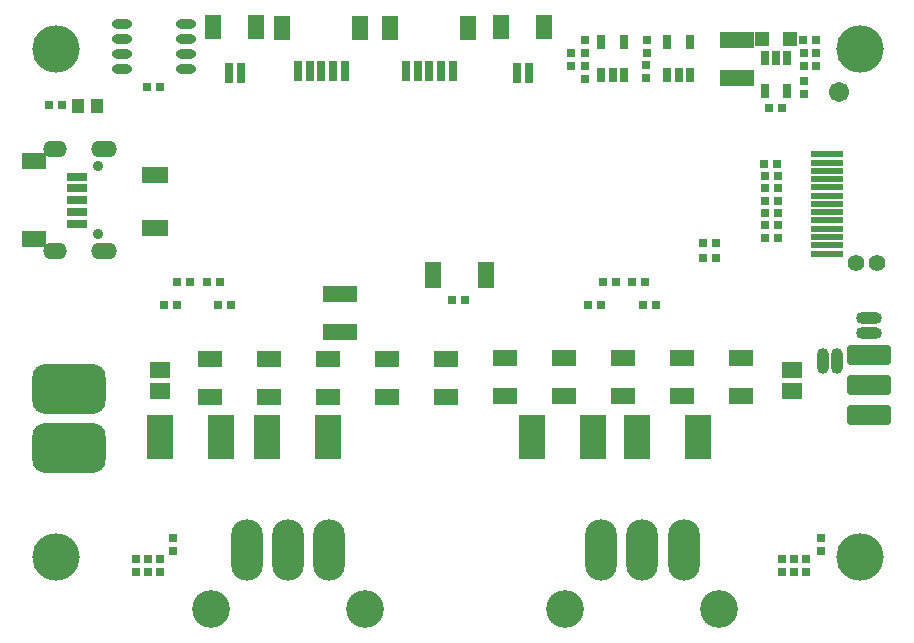
<source format=gbs>
G04 Layer_Color=16711935*
%FSLAX25Y25*%
%MOIN*%
G70*
G01*
G75*
G04:AMPARAMS|DCode=70|XSize=27.62mil|YSize=29.59mil|CornerRadius=4.95mil|HoleSize=0mil|Usage=FLASHONLY|Rotation=270.000|XOffset=0mil|YOffset=0mil|HoleType=Round|Shape=RoundedRectangle|*
%AMROUNDEDRECTD70*
21,1,0.02762,0.01968,0,0,270.0*
21,1,0.01772,0.02959,0,0,270.0*
1,1,0.00991,-0.00984,-0.00886*
1,1,0.00991,-0.00984,0.00886*
1,1,0.00991,0.00984,0.00886*
1,1,0.00991,0.00984,-0.00886*
%
%ADD70ROUNDEDRECTD70*%
%ADD82C,0.06706*%
G04:AMPARAMS|DCode=83|XSize=27.62mil|YSize=29.59mil|CornerRadius=4.95mil|HoleSize=0mil|Usage=FLASHONLY|Rotation=180.000|XOffset=0mil|YOffset=0mil|HoleType=Round|Shape=RoundedRectangle|*
%AMROUNDEDRECTD83*
21,1,0.02762,0.01968,0,0,180.0*
21,1,0.01772,0.02959,0,0,180.0*
1,1,0.00991,-0.00886,0.00984*
1,1,0.00991,0.00886,0.00984*
1,1,0.00991,0.00886,-0.00984*
1,1,0.00991,-0.00886,-0.00984*
%
%ADD83ROUNDEDRECTD83*%
%ADD84R,0.05524X0.07887*%
%ADD85R,0.03162X0.06902*%
G04:AMPARAMS|DCode=86|XSize=67.06mil|YSize=145.79mil|CornerRadius=11.38mil|HoleSize=0mil|Usage=FLASHONLY|Rotation=90.000|XOffset=0mil|YOffset=0mil|HoleType=Round|Shape=RoundedRectangle|*
%AMROUNDEDRECTD86*
21,1,0.06706,0.12303,0,0,90.0*
21,1,0.04429,0.14579,0,0,90.0*
1,1,0.02276,0.06152,0.02215*
1,1,0.02276,0.06152,-0.02215*
1,1,0.02276,-0.06152,-0.02215*
1,1,0.02276,-0.06152,0.02215*
%
%ADD86ROUNDEDRECTD86*%
G04:AMPARAMS|DCode=89|XSize=165.48mil|YSize=244.22mil|CornerRadius=43.37mil|HoleSize=0mil|Usage=FLASHONLY|Rotation=270.000|XOffset=0mil|YOffset=0mil|HoleType=Round|Shape=RoundedRectangle|*
%AMROUNDEDRECTD89*
21,1,0.16548,0.15748,0,0,270.0*
21,1,0.07874,0.24422,0,0,270.0*
1,1,0.08674,-0.07874,-0.03937*
1,1,0.08674,-0.07874,0.03937*
1,1,0.08674,0.07874,0.03937*
1,1,0.08674,0.07874,-0.03937*
%
%ADD89ROUNDEDRECTD89*%
%ADD90C,0.12611*%
%ADD91O,0.10642X0.20485*%
%ADD92C,0.03556*%
%ADD93O,0.07887X0.05524*%
%ADD94O,0.08674X0.05524*%
%ADD95C,0.15761*%
%ADD96R,0.08674X0.14579*%
%ADD97O,0.06776X0.03162*%
%ADD98O,0.06776X0.03162*%
%ADD99R,0.03162X0.04737*%
%ADD100R,0.11430X0.05524*%
%ADD101R,0.08674X0.05524*%
%ADD102R,0.05524X0.08674*%
%ADD103R,0.07887X0.05524*%
%ADD104R,0.06902X0.03162*%
%ADD105O,0.03950X0.08674*%
%ADD106O,0.08674X0.03950*%
%ADD107R,0.04461X0.04658*%
%ADD108R,0.04737X0.04737*%
%ADD109R,0.06587X0.05367*%
%ADD110R,0.08280X0.05524*%
%ADD111C,0.05524*%
%ADD112R,0.11036X0.02375*%
D70*
X249917Y-170155D02*
D03*
Y-174486D02*
D03*
X245973Y-170155D02*
D03*
Y-174486D02*
D03*
X242029Y-170155D02*
D03*
Y-174486D02*
D03*
X34529Y-170155D02*
D03*
Y-174486D02*
D03*
X30617Y-170155D02*
D03*
Y-174486D02*
D03*
X26616Y-170155D02*
D03*
Y-174486D02*
D03*
X171489Y-5865D02*
D03*
Y-1535D02*
D03*
X249129Y-15251D02*
D03*
Y-10921D02*
D03*
X249062Y-5786D02*
D03*
Y-1455D02*
D03*
X254929Y-163255D02*
D03*
Y-167586D02*
D03*
X39029Y-163255D02*
D03*
Y-167586D02*
D03*
X253196Y-5786D02*
D03*
Y-1455D02*
D03*
X176329Y-1586D02*
D03*
Y2745D02*
D03*
X176329Y-5655D02*
D03*
Y-9986D02*
D03*
X196716Y-1589D02*
D03*
Y2742D02*
D03*
X196689Y-5335D02*
D03*
Y-9665D02*
D03*
D82*
X261000Y-14611D02*
D03*
D83*
X240454Y-42500D02*
D03*
X236124D02*
D03*
X240454Y-46600D02*
D03*
X236124D02*
D03*
X236124Y-54800D02*
D03*
X240454D02*
D03*
X236124Y-58900D02*
D03*
X240454D02*
D03*
X236124Y-63000D02*
D03*
X240454D02*
D03*
X235924Y-38300D02*
D03*
X240254D02*
D03*
X236124Y-50700D02*
D03*
X240454D02*
D03*
X177335Y-85400D02*
D03*
X181665D02*
D03*
X195535D02*
D03*
X199865D02*
D03*
X35735D02*
D03*
X40065D02*
D03*
X53835D02*
D03*
X58165D02*
D03*
X30224Y-12900D02*
D03*
X34554D02*
D03*
X1844Y-18852D02*
D03*
X-2487D02*
D03*
X182135Y-77800D02*
D03*
X186465D02*
D03*
X191735D02*
D03*
X196065D02*
D03*
X40135D02*
D03*
X44465D02*
D03*
X50135D02*
D03*
X54465D02*
D03*
X131924Y-83800D02*
D03*
X136254D02*
D03*
X253294Y2880D02*
D03*
X248964D02*
D03*
X215635Y-64900D02*
D03*
X219965D02*
D03*
X241965Y-19700D02*
D03*
X237635D02*
D03*
X215635Y-69900D02*
D03*
X219965D02*
D03*
D84*
X66536Y7222D02*
D03*
X52363D02*
D03*
X75324Y7035D02*
D03*
X101309D02*
D03*
X111363D02*
D03*
X137347D02*
D03*
X162516Y7222D02*
D03*
X148343D02*
D03*
D85*
X57481Y-8034D02*
D03*
X61418D02*
D03*
X96191Y-7335D02*
D03*
X92254D02*
D03*
X88317D02*
D03*
X84380D02*
D03*
X80443D02*
D03*
X132229D02*
D03*
X128292D02*
D03*
X124355D02*
D03*
X120418D02*
D03*
X116481D02*
D03*
X153461Y-8034D02*
D03*
X157398D02*
D03*
D86*
X271017Y-121989D02*
D03*
Y-111989D02*
D03*
Y-101989D02*
D03*
D89*
X4349Y-133148D02*
D03*
Y-113463D02*
D03*
D90*
X220864Y-186706D02*
D03*
X169683D02*
D03*
X102753D02*
D03*
X51572D02*
D03*
D91*
X195273Y-167020D02*
D03*
X181494D02*
D03*
X209053D02*
D03*
X77163D02*
D03*
X63384D02*
D03*
X90943D02*
D03*
D92*
X13942Y-39195D02*
D03*
Y-61951D02*
D03*
D93*
X-428Y-33566D02*
D03*
X-429Y-67581D02*
D03*
D94*
X16028Y-67581D02*
D03*
X16028Y-33566D02*
D03*
D95*
X267717Y0D02*
D03*
X0Y-169323D02*
D03*
Y0D02*
D03*
X267717Y-169323D02*
D03*
D96*
X70180Y-129589D02*
D03*
X90653D02*
D03*
X178853D02*
D03*
X158380D02*
D03*
X193380D02*
D03*
X213853D02*
D03*
X34480D02*
D03*
X54953D02*
D03*
D97*
X21742Y-6638D02*
D03*
Y-1638D02*
D03*
Y3362D02*
D03*
Y8362D02*
D03*
D98*
X43316Y-6638D02*
D03*
Y-1638D02*
D03*
Y3362D02*
D03*
Y8362D02*
D03*
D99*
X189169Y-8932D02*
D03*
X185429D02*
D03*
X181689D02*
D03*
Y2091D02*
D03*
X189169D02*
D03*
X211169Y-8932D02*
D03*
X207429D02*
D03*
X203689D02*
D03*
Y2091D02*
D03*
X211169D02*
D03*
X236160Y-2988D02*
D03*
X239900D02*
D03*
X243640D02*
D03*
Y-14012D02*
D03*
X236160D02*
D03*
D100*
X94379Y-81753D02*
D03*
Y-94352D02*
D03*
X226929Y-9620D02*
D03*
Y2978D02*
D03*
D101*
X33016Y-59747D02*
D03*
Y-42031D02*
D03*
D102*
X125431Y-75300D02*
D03*
X143147D02*
D03*
D103*
X-7591Y-63544D02*
D03*
Y-37560D02*
D03*
D104*
X6779Y-42678D02*
D03*
Y-46615D02*
D03*
Y-50552D02*
D03*
Y-54489D02*
D03*
Y-58426D02*
D03*
D105*
X255439Y-104006D02*
D03*
X260164D02*
D03*
D106*
X270989Y-94624D02*
D03*
Y-89900D02*
D03*
D107*
X7347Y-19052D02*
D03*
X13410D02*
D03*
D108*
X235205Y3080D02*
D03*
X244654D02*
D03*
D109*
X34400Y-106992D02*
D03*
Y-114000D02*
D03*
X245289Y-106992D02*
D03*
Y-114000D02*
D03*
D110*
X51289Y-103501D02*
D03*
Y-116099D02*
D03*
X70937Y-103501D02*
D03*
Y-116099D02*
D03*
X90585Y-103501D02*
D03*
Y-116099D02*
D03*
X110233Y-103501D02*
D03*
Y-116099D02*
D03*
X129882Y-103501D02*
D03*
Y-116099D02*
D03*
X149564Y-103126D02*
D03*
Y-115725D02*
D03*
X169246Y-103126D02*
D03*
Y-115725D02*
D03*
X188929Y-103126D02*
D03*
Y-115725D02*
D03*
X208611Y-103126D02*
D03*
Y-115725D02*
D03*
X228294Y-103126D02*
D03*
Y-115725D02*
D03*
D111*
X266489Y-71600D02*
D03*
X273389D02*
D03*
D112*
X256789Y-35221D02*
D03*
Y-37976D02*
D03*
Y-40732D02*
D03*
Y-43488D02*
D03*
Y-46244D02*
D03*
Y-49000D02*
D03*
Y-51756D02*
D03*
Y-54512D02*
D03*
Y-57268D02*
D03*
Y-60024D02*
D03*
Y-62779D02*
D03*
Y-65535D02*
D03*
Y-68291D02*
D03*
M02*

</source>
